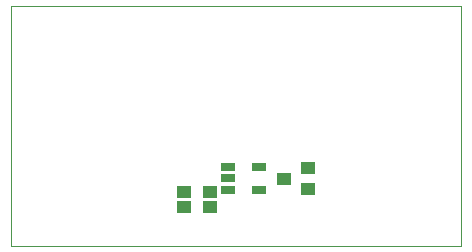
<source format=gtp>
G75*
%MOIN*%
%OFA0B0*%
%FSLAX25Y25*%
%IPPOS*%
%LPD*%
%AMOC8*
5,1,8,0,0,1.08239X$1,22.5*
%
%ADD10C,0.00000*%
%ADD11R,0.04724X0.03937*%
%ADD12R,0.04500X0.04000*%
%ADD13R,0.04724X0.02717*%
D10*
X0088000Y0011800D02*
X0088000Y0091800D01*
X0238000Y0091800D01*
X0238000Y0011800D01*
X0088000Y0011800D01*
D11*
X0145677Y0024792D03*
X0154339Y0024792D03*
X0154339Y0029792D03*
X0145677Y0029792D03*
D12*
X0179000Y0034280D03*
X0187000Y0030780D03*
X0187000Y0037780D03*
D13*
X0170638Y0038040D03*
X0160401Y0038040D03*
X0160401Y0034300D03*
X0160401Y0030560D03*
X0170638Y0030560D03*
M02*

</source>
